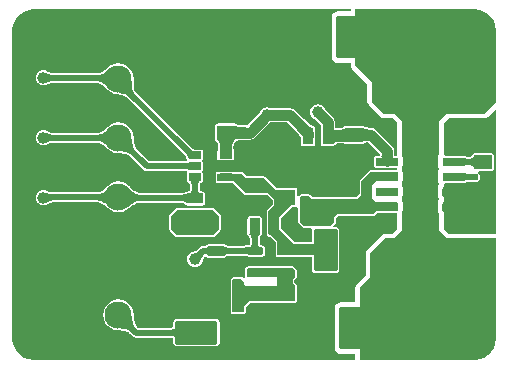
<source format=gtl>
G04*
G04 #@! TF.GenerationSoftware,Altium Limited,Altium Designer,20.1.14 (287)*
G04*
G04 Layer_Physical_Order=1*
G04 Layer_Color=255*
%FSAX25Y25*%
%MOIN*%
G70*
G04*
G04 #@! TF.SameCoordinates,0E288BC8-C536-4CC5-9AEF-3088BE1C8A18*
G04*
G04*
G04 #@! TF.FilePolarity,Positive*
G04*
G01*
G75*
G04:AMPARAMS|DCode=15|XSize=39.37mil|YSize=39.37mil|CornerRadius=3.94mil|HoleSize=0mil|Usage=FLASHONLY|Rotation=90.000|XOffset=0mil|YOffset=0mil|HoleType=Round|Shape=RoundedRectangle|*
%AMROUNDEDRECTD15*
21,1,0.03937,0.03150,0,0,90.0*
21,1,0.03150,0.03937,0,0,90.0*
1,1,0.00787,0.01575,0.01575*
1,1,0.00787,0.01575,-0.01575*
1,1,0.00787,-0.01575,-0.01575*
1,1,0.00787,-0.01575,0.01575*
%
%ADD15ROUNDEDRECTD15*%
%ADD16C,0.03937*%
G04:AMPARAMS|DCode=17|XSize=49.21mil|YSize=62.99mil|CornerRadius=4.92mil|HoleSize=0mil|Usage=FLASHONLY|Rotation=270.000|XOffset=0mil|YOffset=0mil|HoleType=Round|Shape=RoundedRectangle|*
%AMROUNDEDRECTD17*
21,1,0.04921,0.05315,0,0,270.0*
21,1,0.03937,0.06299,0,0,270.0*
1,1,0.00984,-0.02657,-0.01968*
1,1,0.00984,-0.02657,0.01968*
1,1,0.00984,0.02657,0.01968*
1,1,0.00984,0.02657,-0.01968*
%
%ADD17ROUNDEDRECTD17*%
G04:AMPARAMS|DCode=18|XSize=55.12mil|YSize=35.43mil|CornerRadius=2.66mil|HoleSize=0mil|Usage=FLASHONLY|Rotation=90.000|XOffset=0mil|YOffset=0mil|HoleType=Round|Shape=RoundedRectangle|*
%AMROUNDEDRECTD18*
21,1,0.05512,0.03012,0,0,90.0*
21,1,0.04980,0.03543,0,0,90.0*
1,1,0.00532,0.01506,0.02490*
1,1,0.00532,0.01506,-0.02490*
1,1,0.00532,-0.01506,-0.02490*
1,1,0.00532,-0.01506,0.02490*
%
%ADD18ROUNDEDRECTD18*%
G04:AMPARAMS|DCode=19|XSize=141.73mil|YSize=78.74mil|CornerRadius=5.91mil|HoleSize=0mil|Usage=FLASHONLY|Rotation=180.000|XOffset=0mil|YOffset=0mil|HoleType=Round|Shape=RoundedRectangle|*
%AMROUNDEDRECTD19*
21,1,0.14173,0.06693,0,0,180.0*
21,1,0.12992,0.07874,0,0,180.0*
1,1,0.01181,-0.06496,0.03347*
1,1,0.01181,0.06496,0.03347*
1,1,0.01181,0.06496,-0.03347*
1,1,0.01181,-0.06496,-0.03347*
%
%ADD19ROUNDEDRECTD19*%
G04:AMPARAMS|DCode=20|XSize=141.73mil|YSize=78.74mil|CornerRadius=5.91mil|HoleSize=0mil|Usage=FLASHONLY|Rotation=90.000|XOffset=0mil|YOffset=0mil|HoleType=Round|Shape=RoundedRectangle|*
%AMROUNDEDRECTD20*
21,1,0.14173,0.06693,0,0,90.0*
21,1,0.12992,0.07874,0,0,90.0*
1,1,0.01181,0.03347,0.06496*
1,1,0.01181,0.03347,-0.06496*
1,1,0.01181,-0.03347,-0.06496*
1,1,0.01181,-0.03347,0.06496*
%
%ADD20ROUNDEDRECTD20*%
G04:AMPARAMS|DCode=21|XSize=55.12mil|YSize=35.43mil|CornerRadius=2.66mil|HoleSize=0mil|Usage=FLASHONLY|Rotation=0.000|XOffset=0mil|YOffset=0mil|HoleType=Round|Shape=RoundedRectangle|*
%AMROUNDEDRECTD21*
21,1,0.05512,0.03012,0,0,0.0*
21,1,0.04980,0.03543,0,0,0.0*
1,1,0.00532,0.02490,-0.01506*
1,1,0.00532,-0.02490,-0.01506*
1,1,0.00532,-0.02490,0.01506*
1,1,0.00532,0.02490,0.01506*
%
%ADD21ROUNDEDRECTD21*%
%ADD22R,0.07087X0.05118*%
G04:AMPARAMS|DCode=23|XSize=24.8mil|YSize=51.18mil|CornerRadius=1.86mil|HoleSize=0mil|Usage=FLASHONLY|Rotation=90.000|XOffset=0mil|YOffset=0mil|HoleType=Round|Shape=RoundedRectangle|*
%AMROUNDEDRECTD23*
21,1,0.02480,0.04746,0,0,90.0*
21,1,0.02108,0.05118,0,0,90.0*
1,1,0.00372,0.02373,0.01054*
1,1,0.00372,0.02373,-0.01054*
1,1,0.00372,-0.02373,-0.01054*
1,1,0.00372,-0.02373,0.01054*
%
%ADD23ROUNDEDRECTD23*%
G04:AMPARAMS|DCode=24|XSize=28.35mil|YSize=74.8mil|CornerRadius=2.13mil|HoleSize=0mil|Usage=FLASHONLY|Rotation=90.000|XOffset=0mil|YOffset=0mil|HoleType=Round|Shape=RoundedRectangle|*
%AMROUNDEDRECTD24*
21,1,0.02835,0.07055,0,0,90.0*
21,1,0.02410,0.07480,0,0,90.0*
1,1,0.00425,0.03528,0.01205*
1,1,0.00425,0.03528,-0.01205*
1,1,0.00425,-0.03528,-0.01205*
1,1,0.00425,-0.03528,0.01205*
%
%ADD24ROUNDEDRECTD24*%
G04:AMPARAMS|DCode=25|XSize=23.62mil|YSize=43.31mil|CornerRadius=2.01mil|HoleSize=0mil|Usage=FLASHONLY|Rotation=270.000|XOffset=0mil|YOffset=0mil|HoleType=Round|Shape=RoundedRectangle|*
%AMROUNDEDRECTD25*
21,1,0.02362,0.03929,0,0,270.0*
21,1,0.01961,0.04331,0,0,270.0*
1,1,0.00402,-0.01965,-0.00980*
1,1,0.00402,-0.01965,0.00980*
1,1,0.00402,0.01965,0.00980*
1,1,0.00402,0.01965,-0.00980*
%
%ADD25ROUNDEDRECTD25*%
%ADD39C,0.03500*%
%ADD40C,0.02000*%
%ADD41C,0.11024*%
%ADD42C,0.09055*%
%ADD43C,0.02100*%
%ADD44C,0.02400*%
G36*
X0113155Y0075056D02*
X0113001Y0075138D01*
X0112796Y0075211D01*
X0112541Y0075276D01*
X0112237Y0075332D01*
X0111477Y0075419D01*
X0111414Y0075422D01*
X0111015Y0075384D01*
X0110597Y0075302D01*
X0110219Y0075198D01*
X0109881Y0075070D01*
X0109585Y0074919D01*
X0109328Y0074745D01*
X0109112Y0074548D01*
X0108937Y0074327D01*
Y0079673D01*
X0109055Y0079543D01*
X0109226Y0079426D01*
X0109451Y0079324D01*
X0109729Y0079235D01*
X0110060Y0079159D01*
X0110444Y0079098D01*
X0110804Y0079066D01*
X0111427Y0079117D01*
X0111817Y0079189D01*
X0112156Y0079277D01*
X0112443Y0079382D01*
X0112679Y0079502D01*
X0112863Y0079638D01*
X0112996Y0079791D01*
X0113155Y0075056D01*
D02*
G37*
G36*
X0119097Y0079684D02*
X0119225Y0079588D01*
X0119389Y0079503D01*
X0119588Y0079430D01*
X0119822Y0079368D01*
X0120092Y0079317D01*
X0120397Y0079277D01*
X0121113Y0079232D01*
X0121524Y0079226D01*
Y0075726D01*
X0121113Y0075721D01*
X0120092Y0075636D01*
X0119822Y0075585D01*
X0119588Y0075523D01*
X0119389Y0075450D01*
X0119225Y0075365D01*
X0119097Y0075269D01*
X0119004Y0075162D01*
Y0079791D01*
X0119097Y0079684D01*
D02*
G37*
G36*
X0114971Y0118628D02*
X0110653D01*
X0109838Y0118465D01*
X0109146Y0118003D01*
X0108684Y0117312D01*
X0108522Y0116496D01*
Y0103504D01*
X0108684Y0102688D01*
X0109146Y0101997D01*
X0109838Y0101535D01*
X0110653Y0101372D01*
X0114971D01*
Y0100500D01*
X0115087Y0099915D01*
X0115419Y0099419D01*
X0120471Y0094367D01*
Y0088500D01*
X0120587Y0087915D01*
X0120919Y0087419D01*
X0124919Y0083419D01*
X0125415Y0083087D01*
X0126000Y0082971D01*
X0128867D01*
X0130471Y0081366D01*
Y0070551D01*
X0130456Y0070533D01*
X0129476D01*
X0129402Y0071627D01*
X0129399Y0072005D01*
X0129391Y0072025D01*
X0129214Y0072917D01*
X0128694Y0073694D01*
X0123218Y0079171D01*
X0122441Y0079690D01*
X0121555Y0079866D01*
X0121532Y0079876D01*
X0121138Y0079881D01*
X0120459Y0079924D01*
X0120194Y0079958D01*
X0119966Y0080001D01*
X0119784Y0080050D01*
X0119651Y0080098D01*
X0119571Y0080140D01*
X0119542Y0080162D01*
X0119494Y0080217D01*
X0119472Y0080228D01*
X0119463Y0080250D01*
X0119345Y0080299D01*
X0119084Y0080474D01*
X0118658Y0080558D01*
X0113342D01*
X0112916Y0080474D01*
X0112636Y0080287D01*
X0112522Y0080235D01*
X0112518Y0080223D01*
X0112507Y0080218D01*
X0112420Y0080119D01*
X0112336Y0080056D01*
X0112184Y0079978D01*
X0111963Y0079898D01*
X0111676Y0079823D01*
X0111342Y0079761D01*
X0110806Y0079718D01*
X0110524Y0079743D01*
X0110183Y0079797D01*
X0109900Y0079862D01*
X0109686Y0079930D01*
X0109644Y0079950D01*
Y0081752D01*
X0109644Y0081752D01*
X0109462Y0082669D01*
X0108942Y0083446D01*
X0108942Y0083446D01*
X0106350Y0086039D01*
X0106244Y0086295D01*
X0105832Y0086832D01*
X0105295Y0087244D01*
X0104671Y0087502D01*
X0104000Y0087591D01*
X0103330Y0087502D01*
X0102705Y0087244D01*
X0102168Y0086832D01*
X0101756Y0086295D01*
X0101498Y0085671D01*
X0101409Y0085000D01*
X0101498Y0084329D01*
X0101756Y0083705D01*
X0102168Y0083168D01*
X0102705Y0082756D01*
X0102961Y0082650D01*
X0104852Y0080760D01*
Y0077000D01*
X0104852Y0077000D01*
X0104859Y0076963D01*
Y0074510D01*
X0104927Y0074172D01*
X0105118Y0073886D01*
X0105404Y0073694D01*
X0105742Y0073627D01*
X0108754D01*
X0109092Y0073694D01*
X0109278Y0073819D01*
X0109396Y0073868D01*
X0109411Y0073904D01*
X0109445Y0073923D01*
X0109589Y0074103D01*
X0109732Y0074234D01*
X0109916Y0074359D01*
X0110144Y0074475D01*
X0110421Y0074580D01*
X0110746Y0074670D01*
X0111108Y0074740D01*
X0111426Y0074771D01*
X0112141Y0074690D01*
X0112402Y0074642D01*
X0112606Y0074590D01*
X0112737Y0074542D01*
X0112850Y0074482D01*
X0112948Y0074473D01*
X0113059Y0074451D01*
X0113177Y0074406D01*
X0113209Y0074421D01*
X0113342Y0074394D01*
X0118658D01*
X0119084Y0074479D01*
X0119345Y0074654D01*
X0119463Y0074703D01*
X0119472Y0074725D01*
X0119494Y0074736D01*
X0119542Y0074791D01*
X0119571Y0074813D01*
X0119651Y0074854D01*
X0119784Y0074903D01*
X0119966Y0074951D01*
X0120179Y0074992D01*
X0120586Y0075025D01*
X0124572Y0071039D01*
X0124551Y0070725D01*
X0124526Y0070535D01*
X0124526Y0070533D01*
X0123450D01*
X0123133Y0070470D01*
X0122865Y0070291D01*
X0122685Y0070022D01*
X0122622Y0069705D01*
Y0067295D01*
X0122685Y0066978D01*
X0122865Y0066709D01*
X0123133Y0066530D01*
X0123450Y0066467D01*
X0130456D01*
X0130471Y0066449D01*
Y0065649D01*
X0121500D01*
X0121041Y0065459D01*
X0118041Y0062459D01*
X0117851Y0062000D01*
X0117850Y0057769D01*
X0116731Y0056650D01*
X0102269Y0056649D01*
X0101459Y0057459D01*
X0101000Y0057649D01*
X0098500D01*
X0098041Y0057459D01*
X0097649Y0057068D01*
X0097149Y0057222D01*
Y0059000D01*
X0097143Y0059015D01*
Y0059647D01*
X0096505D01*
X0096500Y0059649D01*
X0090269D01*
X0086459Y0063459D01*
X0086000Y0063649D01*
X0080269D01*
X0078959Y0064959D01*
X0078500Y0065149D01*
X0070500D01*
X0070041Y0064959D01*
X0069851Y0064500D01*
Y0062000D01*
X0070041Y0061541D01*
X0070500Y0061351D01*
X0075731D01*
X0079541Y0057541D01*
X0080000Y0057351D01*
X0087231D01*
X0088851Y0055731D01*
X0088851Y0054269D01*
X0087041Y0052459D01*
X0086851Y0052000D01*
X0086851Y0044500D01*
X0087041Y0044041D01*
X0087541Y0043541D01*
X0088000Y0043351D01*
X0088231D01*
X0089851Y0041731D01*
Y0037500D01*
X0090041Y0037041D01*
X0090500Y0036851D01*
X0102015D01*
Y0032504D01*
X0102107Y0032039D01*
X0102370Y0031646D01*
X0102764Y0031383D01*
X0103229Y0031290D01*
X0109922D01*
X0110386Y0031383D01*
X0110780Y0031646D01*
X0111043Y0032039D01*
X0111135Y0032504D01*
Y0045496D01*
X0111043Y0045961D01*
X0110780Y0046354D01*
X0110386Y0046617D01*
X0109922Y0046710D01*
X0109282D01*
X0109090Y0047172D01*
X0109959Y0048041D01*
X0110150Y0048500D01*
X0110149Y0049731D01*
X0110769Y0050351D01*
X0122500D01*
X0122959Y0050541D01*
X0123769Y0051351D01*
X0130471D01*
Y0046134D01*
X0128867Y0044529D01*
X0126500D01*
X0125915Y0044413D01*
X0125419Y0044081D01*
X0120419Y0039081D01*
X0120087Y0038585D01*
X0119971Y0038000D01*
Y0030634D01*
X0116919Y0027581D01*
X0116587Y0027085D01*
X0116471Y0026500D01*
Y0021628D01*
X0111653D01*
X0110838Y0021465D01*
X0110146Y0021003D01*
X0109684Y0020312D01*
X0109522Y0019496D01*
Y0006504D01*
X0109684Y0005688D01*
X0110146Y0004997D01*
X0110838Y0004535D01*
X0111653Y0004372D01*
X0116471D01*
Y0002339D01*
X0009074D01*
X0007566Y0002639D01*
X0006146Y0003227D01*
X0004868Y0004081D01*
X0003781Y0005168D01*
X0002927Y0006446D01*
X0002339Y0007866D01*
X0002039Y0009374D01*
Y0010100D01*
Y0111638D01*
Y0112406D01*
X0002339Y0113914D01*
X0002927Y0115334D01*
X0003781Y0116612D01*
X0004868Y0117699D01*
X0006146Y0118553D01*
X0007566Y0119141D01*
X0009074Y0119441D01*
X0114971D01*
Y0118628D01*
D02*
G37*
G36*
X0128753Y0071603D02*
X0128832Y0070432D01*
X0128868Y0070244D01*
X0128911Y0070098D01*
X0128960Y0069994D01*
X0129016Y0069931D01*
X0129078Y0069910D01*
X0124922D01*
X0124984Y0069931D01*
X0125040Y0069994D01*
X0125089Y0070098D01*
X0125132Y0070244D01*
X0125168Y0070432D01*
X0125198Y0070662D01*
X0125237Y0071248D01*
X0125250Y0072000D01*
X0128750D01*
X0128753Y0071603D01*
D02*
G37*
G36*
X0155869Y0066491D02*
X0155849Y0066680D01*
X0155788Y0066850D01*
X0155688Y0066999D01*
X0155547Y0067129D01*
X0155365Y0067239D01*
X0155144Y0067329D01*
X0154882Y0067398D01*
X0154579Y0067448D01*
X0154364Y0067467D01*
X0153491Y0067402D01*
X0153302Y0067364D01*
X0153149Y0067318D01*
X0153032Y0067266D01*
X0152950Y0067208D01*
X0152903Y0067142D01*
Y0069858D01*
X0152951Y0069788D01*
X0153035Y0069725D01*
X0153153Y0069670D01*
X0153307Y0069621D01*
X0153496Y0069581D01*
X0153720Y0069547D01*
X0154273Y0069503D01*
X0154288Y0069503D01*
X0154580Y0069528D01*
X0154883Y0069578D01*
X0155146Y0069648D01*
X0155368Y0069738D01*
X0155550Y0069847D01*
X0155691Y0069977D01*
X0155792Y0070127D01*
X0155853Y0070296D01*
X0155873Y0070486D01*
X0155869Y0066491D01*
D02*
G37*
G36*
X0152951Y0064790D02*
X0153033Y0064729D01*
X0153151Y0064675D01*
X0153305Y0064629D01*
X0153493Y0064590D01*
X0153717Y0064557D01*
X0154271Y0064514D01*
X0154967Y0064500D01*
Y0062500D01*
X0154601Y0062496D01*
X0153493Y0062410D01*
X0153305Y0062371D01*
X0153151Y0062325D01*
X0153033Y0062271D01*
X0152951Y0062210D01*
X0152903Y0062142D01*
Y0064858D01*
X0152951Y0064790D01*
D02*
G37*
G36*
X0163446Y0085630D02*
X0163454Y0044883D01*
X0163101Y0044529D01*
X0147634D01*
X0146029Y0046134D01*
Y0051034D01*
X0146000Y0051182D01*
X0146000Y0051332D01*
X0145942Y0051471D01*
X0145913Y0051619D01*
X0145829Y0051744D01*
X0145772Y0051884D01*
X0145704Y0051951D01*
X0145522Y0052224D01*
X0145478Y0052446D01*
Y0054554D01*
X0145522Y0054776D01*
X0145731Y0055090D01*
X0145789Y0055229D01*
X0145873Y0055354D01*
X0145902Y0055502D01*
X0145960Y0055641D01*
Y0055762D01*
X0145960Y0055762D01*
Y0055792D01*
X0145989Y0055939D01*
Y0056061D01*
X0145960Y0056208D01*
Y0056359D01*
X0145902Y0056498D01*
X0145873Y0056646D01*
X0145789Y0056771D01*
X0145731Y0056910D01*
X0145522Y0057224D01*
X0145478Y0057446D01*
Y0059554D01*
X0145522Y0059776D01*
X0145731Y0060090D01*
X0145789Y0060229D01*
X0145873Y0060354D01*
X0145902Y0060502D01*
X0145960Y0060641D01*
Y0060762D01*
X0145960Y0060762D01*
Y0060792D01*
X0145989Y0060939D01*
Y0061061D01*
X0146272Y0061386D01*
X0146415Y0061467D01*
X0152750D01*
X0152895Y0061496D01*
X0152903Y0061492D01*
X0152926Y0061502D01*
X0152976Y0061512D01*
X0153018Y0061502D01*
X0153058Y0061528D01*
X0153067Y0061530D01*
X0153186Y0061609D01*
X0153362Y0061682D01*
X0153375Y0061713D01*
X0153381Y0061716D01*
X0153466Y0061741D01*
X0153585Y0061766D01*
X0154630Y0061847D01*
X0154973Y0061851D01*
X0155016Y0061869D01*
X0155401D01*
X0155481Y0061815D01*
X0156184Y0061675D01*
X0156886Y0061815D01*
X0157481Y0062213D01*
X0157879Y0062808D01*
X0158019Y0063511D01*
X0157879Y0064213D01*
X0157481Y0064808D01*
X0157352Y0064894D01*
X0157504Y0065394D01*
X0161658D01*
X0162084Y0065479D01*
X0162445Y0065720D01*
X0162686Y0066082D01*
X0162771Y0066508D01*
Y0070445D01*
X0162686Y0070871D01*
X0162445Y0071232D01*
X0162084Y0071474D01*
X0161658Y0071558D01*
X0156342D01*
X0155916Y0071474D01*
X0155555Y0071232D01*
X0155314Y0070871D01*
X0155264Y0070622D01*
X0155228Y0070555D01*
X0155216Y0070443D01*
X0155208Y0070423D01*
X0155196Y0070404D01*
X0155158Y0070370D01*
X0155076Y0070320D01*
X0154940Y0070265D01*
X0154746Y0070214D01*
X0154499Y0070173D01*
X0154280Y0070154D01*
X0153794Y0070193D01*
X0153612Y0070220D01*
X0153473Y0070250D01*
X0153389Y0070276D01*
X0153377Y0070282D01*
X0153362Y0070318D01*
X0153186Y0070391D01*
X0153067Y0070470D01*
X0153061Y0070471D01*
X0153022Y0070497D01*
X0152979Y0070488D01*
X0152926Y0070498D01*
X0152903Y0070508D01*
X0152895Y0070504D01*
X0152750Y0070533D01*
X0146444D01*
X0146286Y0070635D01*
X0146029Y0070966D01*
Y0081366D01*
X0147634Y0082971D01*
X0159500D01*
X0160085Y0083087D01*
X0160581Y0083419D01*
X0162984Y0085821D01*
X0163446Y0085630D01*
D02*
G37*
G36*
X0130587Y0064965D02*
X0130663Y0064851D01*
X0130722Y0064554D01*
Y0062446D01*
X0130663Y0062148D01*
X0130587Y0062035D01*
X0130580Y0062000D01*
X0123500D01*
X0122000Y0060500D01*
Y0056500D01*
X0123500Y0055000D01*
X0130500D01*
Y0052000D01*
X0123500D01*
X0122500Y0051000D01*
X0110500D01*
X0109500Y0050000D01*
X0109500Y0048500D01*
X0108000Y0047000D01*
X0099500D01*
X0098000Y0048500D01*
Y0056500D01*
X0098500Y0057000D01*
X0101000D01*
X0102000Y0056000D01*
X0117000Y0056000D01*
X0118500Y0057500D01*
X0118500Y0062000D01*
X0121500Y0065000D01*
X0130580D01*
X0130587Y0064965D01*
D02*
G37*
G36*
X0097143Y0053329D02*
X0097351Y0052915D01*
Y0048500D01*
X0097541Y0048041D01*
X0099041Y0046541D01*
X0099500Y0046351D01*
X0101812D01*
X0102085Y0045851D01*
X0102015Y0045496D01*
Y0041649D01*
X0096269D01*
X0091737Y0046182D01*
Y0049490D01*
X0091682Y0049764D01*
X0095248Y0053329D01*
X0097143D01*
D02*
G37*
G36*
X0080000Y0063000D02*
X0086000D01*
X0090000Y0059000D01*
X0096500D01*
Y0054000D01*
X0095000D01*
X0091000Y0050000D01*
Y0046000D01*
X0096000Y0041000D01*
X0109500D01*
Y0037500D01*
X0090500D01*
Y0042000D01*
X0088500Y0044000D01*
X0088000D01*
X0087500Y0044500D01*
X0087500Y0052000D01*
X0089500Y0054000D01*
X0089500Y0056000D01*
X0087500Y0058000D01*
X0080000D01*
X0076000Y0062000D01*
X0070500D01*
Y0064500D01*
X0078500D01*
X0080000Y0063000D01*
D02*
G37*
G36*
X0157914Y0119141D02*
X0159334Y0118553D01*
X0160612Y0117699D01*
X0161699Y0116612D01*
X0162553Y0115334D01*
X0163141Y0113914D01*
X0163441Y0112406D01*
Y0111638D01*
X0163441Y0111638D01*
X0163441Y0111637D01*
X0163446Y0088446D01*
X0159500Y0084500D01*
X0147000D01*
X0144500Y0082000D01*
Y0070966D01*
X0144460Y0070939D01*
X0144081Y0070373D01*
X0143948Y0069705D01*
Y0067295D01*
X0144081Y0066627D01*
X0144460Y0066061D01*
Y0065939D01*
X0144081Y0065373D01*
X0143948Y0064705D01*
Y0062295D01*
X0144081Y0061627D01*
X0144460Y0061061D01*
Y0060939D01*
X0144081Y0060373D01*
X0143948Y0059705D01*
Y0057295D01*
X0144081Y0056627D01*
X0144460Y0056061D01*
Y0055939D01*
X0144081Y0055373D01*
X0143948Y0054705D01*
Y0052295D01*
X0144081Y0051627D01*
X0144460Y0051061D01*
X0144500Y0051034D01*
Y0045500D01*
X0147000Y0043000D01*
X0163454D01*
X0163461Y0010240D01*
X0163441Y0010142D01*
Y0009374D01*
X0163141Y0007866D01*
X0162553Y0006446D01*
X0161699Y0005168D01*
X0160612Y0004081D01*
X0159334Y0003227D01*
X0157914Y0002639D01*
X0156406Y0002339D01*
X0118000D01*
Y0026500D01*
X0121500Y0030000D01*
Y0038000D01*
X0126500Y0043000D01*
X0129500D01*
X0132000Y0045500D01*
Y0051449D01*
X0132119Y0051627D01*
X0132252Y0052295D01*
Y0054705D01*
X0132119Y0055373D01*
X0132000Y0055551D01*
Y0056449D01*
X0132119Y0056627D01*
X0132252Y0057295D01*
Y0059705D01*
X0132119Y0060373D01*
X0132000Y0060551D01*
Y0061449D01*
X0132119Y0061627D01*
X0132252Y0062295D01*
Y0064705D01*
X0132119Y0065373D01*
X0132000Y0065551D01*
Y0066449D01*
X0132119Y0066627D01*
X0132252Y0067295D01*
Y0069705D01*
X0132119Y0070373D01*
X0132000Y0070551D01*
Y0082000D01*
X0129500Y0084500D01*
X0126000D01*
X0122000Y0088500D01*
Y0095000D01*
X0116500Y0100500D01*
Y0119441D01*
X0156406D01*
X0157914Y0119141D01*
D02*
G37*
%LPC*%
G36*
X0037500Y0101357D02*
X0036161Y0101181D01*
X0034914Y0100664D01*
X0034018Y0099976D01*
X0033951Y0099954D01*
X0033096Y0099205D01*
X0032708Y0098912D01*
X0032329Y0098658D01*
X0031965Y0098447D01*
X0031618Y0098278D01*
X0031289Y0098150D01*
X0030977Y0098061D01*
X0030684Y0098010D01*
X0030367Y0097991D01*
X0030333Y0097974D01*
X0016368D01*
X0016340Y0097989D01*
X0016322Y0097984D01*
X0016306Y0097991D01*
X0015678Y0098017D01*
X0015421Y0098046D01*
X0015178Y0098087D01*
X0014958Y0098137D01*
X0014760Y0098197D01*
X0014584Y0098265D01*
X0014430Y0098340D01*
X0014296Y0098422D01*
X0014153Y0098529D01*
X0014036Y0098559D01*
X0013795Y0098744D01*
X0013171Y0099002D01*
X0012500Y0099091D01*
X0011829Y0099002D01*
X0011205Y0098744D01*
X0010668Y0098332D01*
X0010256Y0097795D01*
X0009998Y0097171D01*
X0009909Y0096500D01*
X0009998Y0095829D01*
X0010256Y0095205D01*
X0010668Y0094668D01*
X0011205Y0094256D01*
X0011829Y0093998D01*
X0012500Y0093909D01*
X0013171Y0093998D01*
X0013795Y0094256D01*
X0013887Y0094327D01*
X0013980Y0094342D01*
X0014087Y0094408D01*
X0014188Y0094455D01*
X0014323Y0094504D01*
X0014489Y0094550D01*
X0014685Y0094592D01*
X0014899Y0094625D01*
X0015768Y0094689D01*
X0016101Y0094693D01*
X0016142Y0094711D01*
X0030261D01*
X0030295Y0094694D01*
X0030619Y0094674D01*
X0030913Y0094621D01*
X0031218Y0094530D01*
X0031536Y0094399D01*
X0031866Y0094226D01*
X0032209Y0094010D01*
X0032554Y0093754D01*
X0033304Y0093083D01*
X0033689Y0092681D01*
X0033744Y0092657D01*
X0033843Y0092528D01*
X0034914Y0091706D01*
X0036161Y0091189D01*
X0036672Y0091122D01*
X0036776Y0091059D01*
X0037383Y0090965D01*
X0037929Y0090860D01*
X0038919Y0090609D01*
X0039332Y0090470D01*
X0039708Y0090320D01*
X0040037Y0090160D01*
X0040321Y0089994D01*
X0040560Y0089823D01*
X0040784Y0089623D01*
X0040821Y0089610D01*
X0058916Y0071515D01*
X0058933Y0071472D01*
X0059195Y0071203D01*
X0059416Y0070961D01*
X0059785Y0070508D01*
X0059915Y0070322D01*
X0060018Y0070152D01*
X0060091Y0070007D01*
X0060136Y0069891D01*
X0060157Y0069809D01*
X0060166Y0069702D01*
X0060241Y0069560D01*
X0060263Y0069448D01*
X0060283Y0069418D01*
X0060296Y0069367D01*
X0060330Y0069347D01*
X0060411Y0069227D01*
X0060363Y0069003D01*
X0060240Y0068715D01*
X0059181Y0068651D01*
X0058819Y0068650D01*
X0058776Y0068632D01*
X0047675D01*
X0043749Y0072558D01*
X0043736Y0072594D01*
X0043524Y0072835D01*
X0043353Y0073080D01*
X0043198Y0073361D01*
X0043061Y0073682D01*
X0042943Y0074042D01*
X0042845Y0074443D01*
X0042769Y0074876D01*
X0042683Y0075896D01*
X0042677Y0076462D01*
X0042669Y0076480D01*
X0042672Y0076500D01*
X0042496Y0077839D01*
X0041979Y0079086D01*
X0041157Y0080157D01*
X0040086Y0080979D01*
X0038839Y0081496D01*
X0037500Y0081672D01*
X0036161Y0081496D01*
X0034914Y0080979D01*
X0033843Y0080157D01*
X0033831Y0080141D01*
X0033813Y0080134D01*
X0033402Y0079732D01*
X0033012Y0079385D01*
X0032633Y0079083D01*
X0032266Y0078825D01*
X0031914Y0078611D01*
X0031575Y0078439D01*
X0031251Y0078310D01*
X0030943Y0078220D01*
X0030649Y0078168D01*
X0030328Y0078148D01*
X0030294Y0078131D01*
X0016248D01*
X0016206Y0078149D01*
X0015881Y0078155D01*
X0015296Y0078197D01*
X0015054Y0078230D01*
X0014830Y0078273D01*
X0014633Y0078324D01*
X0014461Y0078382D01*
X0014316Y0078443D01*
X0014196Y0078508D01*
X0014069Y0078595D01*
X0013960Y0078618D01*
X0013795Y0078744D01*
X0013171Y0079002D01*
X0012500Y0079091D01*
X0011829Y0079002D01*
X0011205Y0078744D01*
X0010668Y0078332D01*
X0010256Y0077795D01*
X0009998Y0077170D01*
X0009909Y0076500D01*
X0009998Y0075829D01*
X0010256Y0075205D01*
X0010668Y0074668D01*
X0011205Y0074256D01*
X0011829Y0073998D01*
X0012500Y0073909D01*
X0013171Y0073998D01*
X0013795Y0074256D01*
X0013960Y0074382D01*
X0014069Y0074405D01*
X0014196Y0074492D01*
X0014316Y0074557D01*
X0014461Y0074618D01*
X0014633Y0074676D01*
X0014830Y0074726D01*
X0015054Y0074770D01*
X0015296Y0074804D01*
X0015881Y0074845D01*
X0016206Y0074851D01*
X0016248Y0074869D01*
X0030294D01*
X0030328Y0074852D01*
X0030649Y0074832D01*
X0030943Y0074780D01*
X0031251Y0074690D01*
X0031575Y0074560D01*
X0031914Y0074389D01*
X0032266Y0074175D01*
X0032625Y0073922D01*
X0033408Y0073262D01*
X0033813Y0072866D01*
X0033831Y0072859D01*
X0033843Y0072843D01*
X0034914Y0072021D01*
X0036161Y0071504D01*
X0037500Y0071328D01*
X0037520Y0071331D01*
X0037538Y0071323D01*
X0038112Y0071317D01*
X0038634Y0071286D01*
X0039115Y0071232D01*
X0039557Y0071156D01*
X0039958Y0071057D01*
X0040318Y0070939D01*
X0040639Y0070802D01*
X0040920Y0070647D01*
X0041165Y0070476D01*
X0041406Y0070263D01*
X0041442Y0070251D01*
X0045846Y0065847D01*
X0046375Y0065493D01*
X0047000Y0065369D01*
X0058772D01*
X0058814Y0065351D01*
X0059826Y0065340D01*
X0060287Y0065317D01*
X0060440Y0064818D01*
X0060263Y0064553D01*
X0060201Y0064240D01*
Y0062280D01*
X0060263Y0061967D01*
X0060440Y0061703D01*
X0060537Y0061638D01*
X0060537Y0061637D01*
X0060538Y0061637D01*
X0060705Y0061525D01*
X0060842Y0061498D01*
X0060928Y0061452D01*
X0061040Y0061440D01*
X0061058Y0061433D01*
X0061076Y0061421D01*
X0061110Y0061384D01*
X0061159Y0061302D01*
X0061214Y0061165D01*
X0061266Y0060971D01*
X0061306Y0060723D01*
X0061332Y0060423D01*
X0061342Y0060059D01*
X0061348Y0060044D01*
X0061342Y0060030D01*
X0061332Y0059667D01*
X0061306Y0059370D01*
X0061265Y0059124D01*
X0061214Y0058932D01*
X0061159Y0058796D01*
X0061110Y0058715D01*
X0061076Y0058679D01*
X0061057Y0058666D01*
X0061036Y0058658D01*
X0060923Y0058647D01*
X0060905Y0058637D01*
X0060510D01*
X0060172Y0058569D01*
X0059986Y0058445D01*
X0059868Y0058396D01*
X0059861Y0058380D01*
X0059845Y0058372D01*
X0059829Y0058355D01*
X0059788Y0058336D01*
X0059690Y0058304D01*
X0059547Y0058270D01*
X0059374Y0058242D01*
X0058570Y0058185D01*
X0058244Y0058181D01*
X0058201Y0058163D01*
X0044763D01*
X0044729Y0058180D01*
X0044728Y0058179D01*
X0044727Y0058180D01*
X0044400Y0058200D01*
X0044107Y0058253D01*
X0043804Y0058345D01*
X0043491Y0058477D01*
X0043168Y0058651D01*
X0042834Y0058869D01*
X0042492Y0059133D01*
X0042140Y0059442D01*
X0041782Y0059798D01*
X0041406Y0060212D01*
X0041328Y0060249D01*
X0041157Y0060472D01*
X0040086Y0061294D01*
X0038839Y0061810D01*
X0037500Y0061987D01*
X0036161Y0061810D01*
X0034914Y0061294D01*
X0033843Y0060472D01*
X0033744Y0060343D01*
X0033689Y0060319D01*
X0033298Y0059910D01*
X0032925Y0059558D01*
X0032562Y0059251D01*
X0032209Y0058990D01*
X0031866Y0058774D01*
X0031536Y0058600D01*
X0031218Y0058470D01*
X0030913Y0058379D01*
X0030619Y0058325D01*
X0030295Y0058306D01*
X0030261Y0058289D01*
X0016149D01*
X0016109Y0058307D01*
X0015449Y0058324D01*
X0014905Y0058374D01*
X0014685Y0058408D01*
X0014489Y0058450D01*
X0014323Y0058496D01*
X0014188Y0058544D01*
X0014087Y0058592D01*
X0013980Y0058658D01*
X0013887Y0058673D01*
X0013795Y0058744D01*
X0013171Y0059002D01*
X0012500Y0059091D01*
X0011829Y0059002D01*
X0011205Y0058744D01*
X0010668Y0058332D01*
X0010256Y0057795D01*
X0009998Y0057170D01*
X0009909Y0056500D01*
X0009998Y0055830D01*
X0010256Y0055205D01*
X0010668Y0054668D01*
X0011205Y0054256D01*
X0011829Y0053998D01*
X0012500Y0053909D01*
X0013171Y0053998D01*
X0013795Y0054256D01*
X0014036Y0054441D01*
X0014153Y0054471D01*
X0014296Y0054579D01*
X0014430Y0054660D01*
X0014584Y0054735D01*
X0014760Y0054803D01*
X0014958Y0054863D01*
X0015178Y0054913D01*
X0015413Y0054953D01*
X0015979Y0055002D01*
X0016292Y0055008D01*
X0016315Y0055018D01*
X0016340Y0055011D01*
X0016368Y0055026D01*
X0030333D01*
X0030367Y0055009D01*
X0030684Y0054990D01*
X0030977Y0054939D01*
X0031289Y0054850D01*
X0031618Y0054722D01*
X0031965Y0054553D01*
X0032329Y0054342D01*
X0032701Y0054093D01*
X0033516Y0053444D01*
X0033941Y0053056D01*
X0034008Y0053031D01*
X0034914Y0052336D01*
X0036161Y0051819D01*
X0037500Y0051643D01*
X0038839Y0051819D01*
X0040086Y0052336D01*
X0040847Y0052920D01*
X0040944Y0052950D01*
X0041828Y0053685D01*
X0042229Y0053974D01*
X0042619Y0054225D01*
X0042990Y0054433D01*
X0043344Y0054600D01*
X0043677Y0054726D01*
X0043991Y0054814D01*
X0044284Y0054865D01*
X0044597Y0054883D01*
X0044632Y0054900D01*
X0058190D01*
X0058228Y0054883D01*
X0058481Y0054874D01*
X0058692Y0054850D01*
X0058882Y0054813D01*
X0059053Y0054762D01*
X0059207Y0054700D01*
X0059345Y0054626D01*
X0059470Y0054540D01*
X0059584Y0054441D01*
X0059689Y0054328D01*
X0059806Y0054171D01*
X0059849Y0054146D01*
X0059868Y0054100D01*
X0059986Y0054051D01*
X0060172Y0053927D01*
X0060510Y0053859D01*
X0065490D01*
X0065828Y0053927D01*
X0066114Y0054118D01*
X0066306Y0054404D01*
X0066373Y0054742D01*
Y0057754D01*
X0066306Y0058092D01*
X0066114Y0058378D01*
X0065828Y0058569D01*
X0065490Y0058637D01*
X0065077D01*
X0065059Y0058647D01*
X0064946Y0058658D01*
X0064925Y0058666D01*
X0064906Y0058679D01*
X0064872Y0058715D01*
X0064823Y0058796D01*
X0064768Y0058932D01*
X0064717Y0059124D01*
X0064676Y0059370D01*
X0064650Y0059667D01*
X0064640Y0060030D01*
X0064634Y0060044D01*
X0064640Y0060059D01*
X0064650Y0060424D01*
X0064676Y0060725D01*
X0064716Y0060974D01*
X0064768Y0061169D01*
X0064823Y0061307D01*
X0064873Y0061390D01*
X0064907Y0061428D01*
X0064926Y0061440D01*
X0064945Y0061447D01*
X0065057Y0061459D01*
X0065131Y0061500D01*
X0065259Y0061525D01*
X0065430Y0061640D01*
X0065447Y0061647D01*
X0065449Y0061652D01*
X0065524Y0061703D01*
X0065701Y0061967D01*
X0065763Y0062280D01*
Y0064240D01*
X0065701Y0064553D01*
X0065524Y0064818D01*
X0065490Y0064841D01*
Y0065420D01*
X0065524Y0065443D01*
X0065701Y0065708D01*
X0065763Y0066020D01*
Y0067981D01*
X0065701Y0068293D01*
X0065524Y0068558D01*
X0065490Y0068581D01*
Y0069160D01*
X0065524Y0069183D01*
X0065701Y0069448D01*
X0065763Y0069760D01*
Y0071721D01*
X0065701Y0072033D01*
X0065524Y0072298D01*
X0065259Y0072475D01*
X0064947Y0072537D01*
X0063762D01*
X0063729Y0072557D01*
X0063655Y0072537D01*
X0062853D01*
X0062827Y0072549D01*
X0062588Y0072685D01*
X0062316Y0072874D01*
X0061642Y0073442D01*
X0061264Y0073807D01*
X0061222Y0073823D01*
X0043376Y0091669D01*
X0043371Y0091689D01*
X0043344Y0091705D01*
X0043334Y0091735D01*
X0043113Y0091985D01*
X0042945Y0092231D01*
X0042804Y0092504D01*
X0042688Y0092808D01*
X0042599Y0093146D01*
X0042539Y0093519D01*
X0042509Y0093928D01*
X0042510Y0094373D01*
X0042544Y0094853D01*
X0042615Y0095386D01*
X0042582Y0095506D01*
X0042672Y0096185D01*
X0042496Y0097524D01*
X0041979Y0098771D01*
X0041157Y0099842D01*
X0040086Y0100664D01*
X0038839Y0101181D01*
X0037500Y0101357D01*
D02*
G37*
G36*
X0087000Y0086591D02*
X0086330Y0086502D01*
X0085705Y0086244D01*
X0085168Y0085832D01*
X0084756Y0085295D01*
X0084650Y0085039D01*
X0080234Y0080622D01*
X0080021D01*
X0080014Y0080626D01*
X0078981Y0080652D01*
X0078544Y0080683D01*
X0077754Y0080785D01*
X0077434Y0080850D01*
X0077149Y0080926D01*
X0076908Y0081010D01*
X0076711Y0081098D01*
X0076522Y0081208D01*
X0076440Y0081219D01*
X0076434Y0081224D01*
X0076313Y0081248D01*
X0076195Y0081297D01*
X0076153Y0081279D01*
X0076007Y0081308D01*
X0070693D01*
X0070266Y0081224D01*
X0069905Y0080982D01*
X0069664Y0080621D01*
X0069579Y0080195D01*
Y0076258D01*
X0069664Y0075832D01*
X0069838Y0075571D01*
X0069887Y0075453D01*
X0069923Y0075437D01*
X0069942Y0075403D01*
X0070128Y0075256D01*
X0070263Y0075108D01*
X0070392Y0074919D01*
X0070512Y0074684D01*
X0070619Y0074401D01*
X0070711Y0074070D01*
X0070784Y0073699D01*
X0070818Y0073353D01*
X0070782Y0072916D01*
X0070741Y0072633D01*
X0070698Y0072428D01*
X0070666Y0072331D01*
X0070652Y0072325D01*
X0070650Y0072325D01*
X0070578Y0072151D01*
X0070499Y0072033D01*
X0070487Y0071971D01*
X0070462Y0071924D01*
X0070472Y0071894D01*
X0070472Y0071894D01*
X0070460Y0071865D01*
X0070460Y0071863D01*
X0070464Y0071855D01*
X0070437Y0071721D01*
Y0069760D01*
X0070499Y0069448D01*
X0070676Y0069183D01*
X0070941Y0069006D01*
X0071254Y0068944D01*
X0075183D01*
X0075495Y0069006D01*
X0075760Y0069183D01*
X0075937Y0069448D01*
X0075999Y0069760D01*
Y0071721D01*
X0075974Y0071849D01*
X0075977Y0071855D01*
X0075975Y0071860D01*
X0075977Y0071865D01*
X0075965Y0071894D01*
X0075937Y0072033D01*
X0075874Y0072128D01*
X0075874Y0072165D01*
X0075863Y0072193D01*
X0075773Y0073509D01*
X0075792Y0073640D01*
X0075874Y0074011D01*
X0075975Y0074338D01*
X0076094Y0074621D01*
X0076228Y0074862D01*
X0076377Y0075065D01*
X0076538Y0075232D01*
X0076649Y0075318D01*
X0076711Y0075354D01*
X0076908Y0075443D01*
X0077139Y0075523D01*
X0077770Y0075670D01*
X0078117Y0075723D01*
X0079482Y0075820D01*
X0080005Y0075827D01*
X0080013Y0075830D01*
X0081226D01*
X0081226Y0075830D01*
X0082143Y0076013D01*
X0082921Y0076532D01*
X0087993Y0081604D01*
X0093744D01*
X0096042Y0079306D01*
X0096045Y0079298D01*
X0096687Y0078632D01*
X0097229Y0078019D01*
X0097678Y0077453D01*
X0098032Y0076939D01*
X0098294Y0076479D01*
X0098363Y0076318D01*
Y0074688D01*
X0098361Y0074678D01*
X0098363Y0074675D01*
Y0074510D01*
X0098431Y0074172D01*
X0098622Y0073886D01*
X0098908Y0073694D01*
X0099246Y0073627D01*
X0102258D01*
X0102596Y0073694D01*
X0102882Y0073886D01*
X0103073Y0074172D01*
X0103141Y0074510D01*
Y0076963D01*
X0103148Y0077000D01*
Y0077984D01*
X0103148Y0077984D01*
X0103141Y0078022D01*
Y0079490D01*
X0103073Y0079828D01*
X0102882Y0080114D01*
X0102775Y0080186D01*
X0102723Y0080266D01*
X0102625Y0080286D01*
X0102596Y0080306D01*
X0102593Y0080306D01*
X0102531Y0080355D01*
X0102339Y0080408D01*
X0102149Y0080487D01*
X0101918Y0080608D01*
X0101652Y0080774D01*
X0101368Y0080974D01*
X0099871Y0082267D01*
X0099442Y0082687D01*
X0099434Y0082691D01*
X0096430Y0085694D01*
X0095653Y0086214D01*
X0094736Y0086396D01*
X0094736Y0086396D01*
X0087927D01*
X0087670Y0086502D01*
X0087000Y0086591D01*
D02*
G37*
G36*
X0069000Y0053149D02*
X0057000D01*
X0056541Y0052959D01*
X0054541Y0050959D01*
X0054351Y0050500D01*
Y0046000D01*
X0054541Y0045541D01*
X0056541Y0043541D01*
X0057000Y0043351D01*
X0069000D01*
X0069459Y0043541D01*
X0071459Y0045541D01*
X0071649Y0046000D01*
Y0050500D01*
X0071459Y0050959D01*
X0069459Y0052959D01*
X0069000Y0053149D01*
D02*
G37*
G36*
X0084358Y0050373D02*
X0081346D01*
X0081008Y0050306D01*
X0080722Y0050114D01*
X0080531Y0049828D01*
X0080463Y0049490D01*
Y0044510D01*
X0080531Y0044172D01*
X0080655Y0043986D01*
X0080704Y0043868D01*
X0080745Y0043851D01*
X0080767Y0043813D01*
X0080883Y0043723D01*
X0080958Y0043647D01*
X0081028Y0043555D01*
X0081093Y0043444D01*
X0081153Y0043309D01*
X0081205Y0043149D01*
X0081249Y0042963D01*
X0081281Y0042751D01*
X0081302Y0042513D01*
X0081309Y0042234D01*
X0081327Y0042194D01*
Y0042040D01*
X0081309Y0042000D01*
X0081300Y0041637D01*
X0081274Y0041340D01*
X0081233Y0041094D01*
X0081181Y0040902D01*
X0081126Y0040766D01*
X0081077Y0040685D01*
X0081043Y0040648D01*
X0081024Y0040636D01*
X0081003Y0040628D01*
X0080890Y0040617D01*
X0080852Y0040596D01*
X0080691D01*
X0080571Y0040572D01*
X0080558Y0040577D01*
X0080546Y0040572D01*
X0080532Y0040576D01*
X0078499Y0040495D01*
X0078461Y0040478D01*
X0074812D01*
X0074774Y0040495D01*
X0074175Y0040518D01*
X0073945Y0040543D01*
X0073740Y0040578D01*
X0073568Y0040619D01*
X0073432Y0040664D01*
X0073332Y0040710D01*
X0073266Y0040751D01*
X0073231Y0040781D01*
X0073176Y0040848D01*
X0073146Y0040864D01*
X0073132Y0040896D01*
X0073014Y0040945D01*
X0072828Y0041069D01*
X0072490Y0041137D01*
X0067510D01*
X0067172Y0041069D01*
X0066886Y0040878D01*
X0066694Y0040592D01*
X0066674Y0040490D01*
X0066575Y0040463D01*
X0066436Y0040438D01*
X0066003Y0040402D01*
X0065737Y0040397D01*
X0065651Y0040360D01*
X0065124Y0040255D01*
X0064595Y0039902D01*
X0064496Y0039804D01*
X0064454Y0039787D01*
X0064221Y0039561D01*
X0063779Y0039178D01*
X0063583Y0039031D01*
X0063394Y0038903D01*
X0063218Y0038799D01*
X0063055Y0038718D01*
X0062907Y0038658D01*
X0062775Y0038619D01*
X0062621Y0038590D01*
X0062528Y0038529D01*
X0062330Y0038502D01*
X0061705Y0038244D01*
X0061168Y0037832D01*
X0060756Y0037295D01*
X0060498Y0036671D01*
X0060409Y0036000D01*
X0060498Y0035329D01*
X0060756Y0034705D01*
X0061168Y0034168D01*
X0061705Y0033756D01*
X0062330Y0033498D01*
X0063000Y0033409D01*
X0063670Y0033498D01*
X0064295Y0033756D01*
X0064832Y0034168D01*
X0065244Y0034705D01*
X0065502Y0035329D01*
X0065529Y0035528D01*
X0065590Y0035622D01*
X0065619Y0035775D01*
X0065658Y0035907D01*
X0065718Y0036055D01*
X0065799Y0036218D01*
X0065904Y0036394D01*
X0066031Y0036584D01*
X0066178Y0036779D01*
X0066204Y0036808D01*
X0066316Y0036830D01*
X0066803Y0036742D01*
X0066886Y0036618D01*
X0067172Y0036427D01*
X0067510Y0036359D01*
X0072490D01*
X0072828Y0036427D01*
X0073014Y0036551D01*
X0073132Y0036600D01*
X0073149Y0036641D01*
X0073187Y0036662D01*
X0073276Y0036777D01*
X0073350Y0036850D01*
X0073440Y0036919D01*
X0073552Y0036983D01*
X0073687Y0037042D01*
X0073847Y0037094D01*
X0074033Y0037137D01*
X0074246Y0037170D01*
X0074485Y0037190D01*
X0074766Y0037197D01*
X0074806Y0037215D01*
X0078451D01*
X0078492Y0037197D01*
X0079178Y0037186D01*
X0079702Y0037152D01*
X0079891Y0037130D01*
X0080036Y0037105D01*
X0080126Y0037082D01*
X0080132Y0037080D01*
X0080146Y0037074D01*
X0080168Y0037060D01*
X0080188Y0037057D01*
X0080268Y0037024D01*
X0080385Y0036946D01*
X0080421Y0036938D01*
X0080471Y0036909D01*
X0080512Y0036920D01*
X0080523Y0036918D01*
X0080558Y0036903D01*
X0080571Y0036909D01*
X0080691Y0036885D01*
X0085438D01*
X0085744Y0036946D01*
X0086004Y0037119D01*
X0086178Y0037379D01*
X0086239Y0037686D01*
Y0039794D01*
X0086178Y0040101D01*
X0086004Y0040361D01*
X0085744Y0040535D01*
X0085438Y0040596D01*
X0085065D01*
X0085027Y0040617D01*
X0084913Y0040628D01*
X0084892Y0040636D01*
X0084874Y0040648D01*
X0084840Y0040685D01*
X0084790Y0040766D01*
X0084735Y0040902D01*
X0084684Y0041094D01*
X0084643Y0041340D01*
X0084617Y0041637D01*
X0084607Y0042000D01*
X0084590Y0042040D01*
Y0042188D01*
X0084607Y0042227D01*
X0084630Y0042827D01*
X0084654Y0043059D01*
X0084689Y0043264D01*
X0084729Y0043436D01*
X0084774Y0043573D01*
X0084819Y0043673D01*
X0084859Y0043738D01*
X0084887Y0043771D01*
X0084953Y0043825D01*
X0084969Y0043855D01*
X0085000Y0043868D01*
X0085049Y0043986D01*
X0085173Y0044172D01*
X0085241Y0044510D01*
Y0049490D01*
X0085173Y0049828D01*
X0084982Y0050114D01*
X0084696Y0050306D01*
X0084358Y0050373D01*
D02*
G37*
G36*
X0095508Y0033765D02*
X0080691D01*
X0080232Y0033575D01*
X0079926Y0033268D01*
X0079735Y0032809D01*
Y0030115D01*
X0079797Y0029967D01*
X0079444Y0029512D01*
X0079404Y0029514D01*
X0078959Y0029959D01*
X0078500Y0030149D01*
X0076000D01*
X0075541Y0029959D01*
X0075041Y0029459D01*
X0074851Y0029000D01*
X0074850Y0018500D01*
X0075041Y0018041D01*
X0075500Y0017851D01*
X0079500Y0017851D01*
X0079959Y0018041D01*
X0080149Y0018500D01*
X0080149Y0020231D01*
X0081271Y0021353D01*
X0087143D01*
Y0021480D01*
X0090152D01*
X0090342Y0021442D01*
X0095657D01*
X0095848Y0021480D01*
X0096310D01*
X0096769Y0021670D01*
X0096959Y0022129D01*
Y0027295D01*
X0096769Y0027754D01*
X0096158Y0028365D01*
Y0029135D01*
X0096769Y0029746D01*
X0096959Y0030206D01*
Y0032314D01*
X0096769Y0032773D01*
X0095968Y0033575D01*
X0095508Y0033765D01*
D02*
G37*
G36*
X0037500Y0022617D02*
X0036161Y0022441D01*
X0034914Y0021924D01*
X0033843Y0021102D01*
X0033021Y0020031D01*
X0032504Y0018783D01*
X0032328Y0017445D01*
X0032504Y0016106D01*
X0033021Y0014859D01*
X0033843Y0013788D01*
X0034914Y0012966D01*
X0036161Y0012449D01*
X0037500Y0012273D01*
X0037520Y0012276D01*
X0037538Y0012268D01*
X0038112Y0012262D01*
X0038634Y0012231D01*
X0039115Y0012177D01*
X0039557Y0012100D01*
X0039958Y0012002D01*
X0040318Y0011884D01*
X0040639Y0011746D01*
X0040920Y0011592D01*
X0041165Y0011421D01*
X0041406Y0011208D01*
X0041442Y0011196D01*
X0042291Y0010346D01*
X0042821Y0009993D01*
X0043445Y0009869D01*
X0054357D01*
X0054397Y0009851D01*
X0054759Y0009841D01*
X0055057Y0009815D01*
X0055303Y0009775D01*
X0055495Y0009723D01*
X0055630Y0009668D01*
X0055711Y0009619D01*
X0055748Y0009585D01*
X0055761Y0009566D01*
X0055768Y0009545D01*
X0055780Y0009432D01*
X0055790Y0009414D01*
Y0008153D01*
X0055883Y0007689D01*
X0056146Y0007295D01*
X0056539Y0007032D01*
X0057004Y0006940D01*
X0069996D01*
X0070461Y0007032D01*
X0070854Y0007295D01*
X0071118Y0007689D01*
X0071210Y0008153D01*
Y0014846D01*
X0071118Y0015311D01*
X0070854Y0015705D01*
X0070461Y0015968D01*
X0069996Y0016060D01*
X0057004D01*
X0056539Y0015968D01*
X0056146Y0015705D01*
X0055883Y0015311D01*
X0055790Y0014846D01*
Y0013587D01*
X0055780Y0013568D01*
X0055768Y0013455D01*
X0055761Y0013434D01*
X0055748Y0013415D01*
X0055711Y0013381D01*
X0055630Y0013332D01*
X0055495Y0013277D01*
X0055303Y0013226D01*
X0055057Y0013185D01*
X0054759Y0013159D01*
X0054397Y0013149D01*
X0054357Y0013131D01*
X0044121D01*
X0043749Y0013503D01*
X0043736Y0013539D01*
X0043524Y0013780D01*
X0043353Y0014024D01*
X0043198Y0014306D01*
X0043061Y0014627D01*
X0042943Y0014987D01*
X0042845Y0015388D01*
X0042769Y0015821D01*
X0042683Y0016841D01*
X0042677Y0017407D01*
X0042669Y0017425D01*
X0042672Y0017445D01*
X0042496Y0018783D01*
X0041979Y0020031D01*
X0041157Y0021102D01*
X0040086Y0021924D01*
X0038839Y0022441D01*
X0037500Y0022617D01*
D02*
G37*
%LPD*%
G36*
X0013932Y0097883D02*
X0014119Y0097769D01*
X0014325Y0097669D01*
X0014548Y0097583D01*
X0014791Y0097509D01*
X0015052Y0097449D01*
X0015331Y0097403D01*
X0015629Y0097369D01*
X0016279Y0097342D01*
X0016092Y0095342D01*
X0015740Y0095338D01*
X0014825Y0095271D01*
X0014568Y0095231D01*
X0014335Y0095181D01*
X0014125Y0095123D01*
X0013939Y0095056D01*
X0013778Y0094980D01*
X0013640Y0094895D01*
X0013763Y0098010D01*
X0013932Y0097883D01*
D02*
G37*
G36*
X0034158Y0093130D02*
X0033756Y0093550D01*
X0032965Y0094258D01*
X0032576Y0094546D01*
X0032191Y0094789D01*
X0031811Y0094989D01*
X0031435Y0095143D01*
X0031064Y0095254D01*
X0030697Y0095320D01*
X0030335Y0095342D01*
X0030406Y0097342D01*
X0030760Y0097364D01*
X0031123Y0097427D01*
X0031496Y0097534D01*
X0031878Y0097682D01*
X0032271Y0097873D01*
X0032673Y0098107D01*
X0033085Y0098383D01*
X0033506Y0098701D01*
X0034379Y0099465D01*
X0034158Y0093130D01*
D02*
G37*
G36*
X0041898Y0094919D02*
X0041861Y0094397D01*
X0041859Y0093905D01*
X0041894Y0093443D01*
X0041963Y0093011D01*
X0042069Y0092610D01*
X0042210Y0092238D01*
X0042387Y0091897D01*
X0042599Y0091586D01*
X0042847Y0091305D01*
X0041216Y0090108D01*
X0040966Y0090330D01*
X0040675Y0090539D01*
X0040343Y0090733D01*
X0039970Y0090914D01*
X0039557Y0091080D01*
X0039102Y0091232D01*
X0038070Y0091495D01*
X0037493Y0091605D01*
X0036875Y0091701D01*
X0041971Y0095471D01*
X0041898Y0094919D01*
D02*
G37*
G36*
X0013858Y0077952D02*
X0014034Y0077857D01*
X0014231Y0077774D01*
X0014449Y0077701D01*
X0014688Y0077640D01*
X0014947Y0077589D01*
X0015228Y0077550D01*
X0015852Y0077506D01*
X0016196Y0077500D01*
Y0075500D01*
X0015852Y0075494D01*
X0015228Y0075450D01*
X0014947Y0075411D01*
X0014688Y0075360D01*
X0014449Y0075299D01*
X0014231Y0075226D01*
X0014034Y0075143D01*
X0013858Y0075048D01*
X0013702Y0074941D01*
Y0078058D01*
X0013858Y0077952D01*
D02*
G37*
G36*
X0034267Y0073331D02*
X0033845Y0073743D01*
X0033023Y0074437D01*
X0032622Y0074719D01*
X0032229Y0074958D01*
X0031842Y0075153D01*
X0031463Y0075305D01*
X0031091Y0075413D01*
X0030726Y0075478D01*
X0030368Y0075500D01*
Y0077500D01*
X0030726Y0077522D01*
X0031091Y0077587D01*
X0031463Y0077695D01*
X0031842Y0077847D01*
X0032229Y0078042D01*
X0032622Y0078281D01*
X0033023Y0078563D01*
X0033430Y0078888D01*
X0033845Y0079257D01*
X0034267Y0079669D01*
Y0073331D01*
D02*
G37*
G36*
X0042034Y0075865D02*
X0042125Y0074793D01*
X0042208Y0074310D01*
X0042318Y0073863D01*
X0042453Y0073452D01*
X0042614Y0073076D01*
X0042800Y0072737D01*
X0043012Y0072432D01*
X0043250Y0072164D01*
X0041836Y0070750D01*
X0041568Y0070987D01*
X0041263Y0071200D01*
X0040924Y0071386D01*
X0040548Y0071547D01*
X0040137Y0071682D01*
X0039690Y0071792D01*
X0039207Y0071875D01*
X0038689Y0071934D01*
X0038135Y0071966D01*
X0037545Y0071973D01*
X0042027Y0076455D01*
X0042034Y0075865D01*
D02*
G37*
G36*
X0061207Y0072959D02*
X0061921Y0072357D01*
X0062241Y0072136D01*
X0062536Y0071967D01*
X0062807Y0071850D01*
X0063052Y0071787D01*
X0063274Y0071776D01*
X0063470Y0071818D01*
X0063641Y0071913D01*
X0060813Y0069760D01*
X0060799Y0069917D01*
X0060756Y0070087D01*
X0060686Y0070270D01*
X0060587Y0070467D01*
X0060459Y0070677D01*
X0060304Y0070900D01*
X0059908Y0071386D01*
X0059667Y0071649D01*
X0059399Y0071925D01*
X0060813Y0073339D01*
X0061207Y0072959D01*
D02*
G37*
G36*
X0060873Y0065876D02*
X0060843Y0065899D01*
X0060774Y0065921D01*
X0060667Y0065939D01*
X0060520Y0065955D01*
X0059846Y0065989D01*
X0058821Y0066000D01*
Y0068000D01*
X0059202Y0068002D01*
X0060843Y0068101D01*
X0060873Y0068125D01*
Y0065876D01*
D02*
G37*
G36*
X0064797Y0062084D02*
X0064628Y0062023D01*
X0064479Y0061922D01*
X0064349Y0061779D01*
X0064240Y0061597D01*
X0064150Y0061374D01*
X0064081Y0061110D01*
X0064031Y0060805D01*
X0064001Y0060461D01*
X0063991Y0060075D01*
X0061991D01*
X0061981Y0060460D01*
X0061951Y0060804D01*
X0061901Y0061107D01*
X0061832Y0061370D01*
X0061742Y0061593D01*
X0061633Y0061775D01*
X0061503Y0061916D01*
X0061354Y0062017D01*
X0061185Y0062078D01*
X0060996Y0062098D01*
X0064986Y0062105D01*
X0064797Y0062084D01*
D02*
G37*
G36*
X0064001Y0059630D02*
X0064031Y0059288D01*
X0064081Y0058987D01*
X0064151Y0058725D01*
X0064241Y0058504D01*
X0064351Y0058323D01*
X0064481Y0058182D01*
X0064631Y0058081D01*
X0064801Y0058021D01*
X0064991Y0058001D01*
X0060991D01*
X0061181Y0058021D01*
X0061351Y0058081D01*
X0061501Y0058182D01*
X0061631Y0058323D01*
X0061741Y0058504D01*
X0061831Y0058725D01*
X0061901Y0058987D01*
X0061951Y0059288D01*
X0061981Y0059630D01*
X0061991Y0060013D01*
X0063991D01*
X0064001Y0059630D01*
D02*
G37*
G36*
X0013778Y0058020D02*
X0013939Y0057944D01*
X0014125Y0057877D01*
X0014335Y0057819D01*
X0014568Y0057769D01*
X0014825Y0057729D01*
X0015411Y0057675D01*
X0016092Y0057657D01*
X0016279Y0055658D01*
X0015945Y0055651D01*
X0015331Y0055597D01*
X0015052Y0055551D01*
X0014791Y0055491D01*
X0014548Y0055417D01*
X0014325Y0055331D01*
X0014119Y0055230D01*
X0013932Y0055117D01*
X0013763Y0054990D01*
X0013640Y0058105D01*
X0013778Y0058020D01*
D02*
G37*
G36*
X0060327Y0054559D02*
X0060189Y0054744D01*
X0060036Y0054909D01*
X0059867Y0055055D01*
X0059683Y0055181D01*
X0059483Y0055288D01*
X0059268Y0055376D01*
X0059037Y0055444D01*
X0058790Y0055493D01*
X0058529Y0055522D01*
X0058251Y0055532D01*
Y0057531D01*
X0058597Y0057536D01*
X0059450Y0057596D01*
X0059672Y0057633D01*
X0059865Y0057677D01*
X0060026Y0057730D01*
X0060157Y0057791D01*
X0060257Y0057860D01*
X0060327Y0057937D01*
Y0054559D01*
D02*
G37*
G36*
X0034379Y0053535D02*
X0033938Y0053938D01*
X0033085Y0054618D01*
X0032673Y0054893D01*
X0032271Y0055127D01*
X0031878Y0055318D01*
X0031496Y0055467D01*
X0031123Y0055573D01*
X0030760Y0055636D01*
X0030406Y0055658D01*
X0030335Y0057657D01*
X0030697Y0057680D01*
X0031064Y0057746D01*
X0031435Y0057857D01*
X0031811Y0058012D01*
X0032191Y0058211D01*
X0032576Y0058454D01*
X0032965Y0058741D01*
X0033358Y0059073D01*
X0033756Y0059449D01*
X0034158Y0059870D01*
X0034379Y0053535D01*
D02*
G37*
G36*
X0041312Y0059349D02*
X0041697Y0058968D01*
X0042079Y0058631D01*
X0042458Y0058339D01*
X0042836Y0058092D01*
X0043211Y0057891D01*
X0043583Y0057734D01*
X0043953Y0057621D01*
X0044322Y0057554D01*
X0044687Y0057531D01*
X0044558Y0055532D01*
X0044209Y0055511D01*
X0043848Y0055448D01*
X0043475Y0055344D01*
X0043090Y0055198D01*
X0042693Y0055011D01*
X0042284Y0054782D01*
X0041863Y0054511D01*
X0041430Y0054199D01*
X0040529Y0053449D01*
X0040925Y0059776D01*
X0041312Y0059349D01*
D02*
G37*
G36*
X0099431Y0081789D02*
X0100968Y0080461D01*
X0101294Y0080233D01*
X0101595Y0080045D01*
X0101873Y0079899D01*
X0102127Y0079793D01*
X0102357Y0079729D01*
X0098999Y0074799D01*
X0099154Y0075112D01*
X0099219Y0075466D01*
X0099195Y0075860D01*
X0099080Y0076294D01*
X0098877Y0076769D01*
X0098583Y0077284D01*
X0098200Y0077840D01*
X0097727Y0078436D01*
X0097165Y0079072D01*
X0096513Y0079749D01*
X0098987Y0082224D01*
X0099431Y0081789D01*
D02*
G37*
G36*
X0076414Y0080520D02*
X0076668Y0080406D01*
X0076959Y0080305D01*
X0077285Y0080218D01*
X0077647Y0080144D01*
X0078479Y0080037D01*
X0078949Y0080003D01*
X0079997Y0079976D01*
Y0076476D01*
X0079455Y0076470D01*
X0078045Y0076369D01*
X0077647Y0076309D01*
X0076959Y0076148D01*
X0076668Y0076047D01*
X0076414Y0075933D01*
X0076284Y0075858D01*
X0076103Y0075717D01*
X0075879Y0075484D01*
X0075681Y0075213D01*
X0075509Y0074906D01*
X0075364Y0074560D01*
X0075245Y0074177D01*
X0075153Y0073756D01*
X0075121Y0073534D01*
X0075222Y0072047D01*
X0075271Y0071923D01*
X0075327Y0071865D01*
X0071109D01*
X0071190Y0071933D01*
X0071262Y0072064D01*
X0071326Y0072260D01*
X0071381Y0072519D01*
X0071428Y0072843D01*
X0071469Y0073359D01*
X0071427Y0073793D01*
X0071344Y0074219D01*
X0071237Y0074604D01*
X0071106Y0074948D01*
X0070952Y0075251D01*
X0070774Y0075512D01*
X0070572Y0075732D01*
X0070346Y0075912D01*
X0076195D01*
Y0080647D01*
X0076414Y0080520D01*
D02*
G37*
G36*
X0071000Y0050500D02*
Y0046000D01*
X0069000Y0044000D01*
X0057000D01*
X0055000Y0046000D01*
Y0050500D01*
X0057000Y0052500D01*
X0069000D01*
X0071000Y0050500D01*
D02*
G37*
G36*
X0084430Y0044236D02*
X0084331Y0044119D01*
X0084244Y0043977D01*
X0084168Y0043808D01*
X0084104Y0043613D01*
X0084052Y0043393D01*
X0084011Y0043146D01*
X0083982Y0042874D01*
X0083958Y0042251D01*
X0081958D01*
X0081950Y0042550D01*
X0081927Y0042828D01*
X0081887Y0043087D01*
X0081831Y0043325D01*
X0081760Y0043542D01*
X0081672Y0043740D01*
X0081569Y0043917D01*
X0081449Y0044074D01*
X0081314Y0044210D01*
X0081163Y0044327D01*
X0084541D01*
X0084430Y0044236D01*
D02*
G37*
G36*
X0083968Y0041600D02*
X0083998Y0041258D01*
X0084048Y0040957D01*
X0084118Y0040695D01*
X0084208Y0040474D01*
X0084318Y0040293D01*
X0084448Y0040152D01*
X0084598Y0040051D01*
X0084768Y0039991D01*
X0084958Y0039971D01*
X0080958D01*
X0081148Y0039991D01*
X0081318Y0040051D01*
X0081468Y0040152D01*
X0081598Y0040293D01*
X0081708Y0040474D01*
X0081798Y0040695D01*
X0081868Y0040957D01*
X0081918Y0041258D01*
X0081948Y0041600D01*
X0081958Y0041983D01*
X0083958D01*
X0083968Y0041600D01*
D02*
G37*
G36*
X0067263Y0037245D02*
X0067248Y0037341D01*
X0067203Y0037426D01*
X0067127Y0037501D01*
X0067021Y0037567D01*
X0066884Y0037622D01*
X0066718Y0037668D01*
X0066521Y0037703D01*
X0066294Y0037728D01*
X0066153Y0037733D01*
X0066082Y0037660D01*
X0065673Y0037187D01*
X0065502Y0036961D01*
X0065354Y0036741D01*
X0065228Y0036528D01*
X0065126Y0036322D01*
X0065045Y0036122D01*
X0064987Y0035929D01*
X0064952Y0035743D01*
X0062743Y0037952D01*
X0062929Y0037987D01*
X0063122Y0038045D01*
X0063322Y0038126D01*
X0063528Y0038228D01*
X0063741Y0038354D01*
X0063961Y0038502D01*
X0064187Y0038673D01*
X0064660Y0039082D01*
X0064906Y0039320D01*
X0065748Y0038478D01*
Y0039748D01*
X0066036Y0039753D01*
X0066521Y0039793D01*
X0066718Y0039829D01*
X0066884Y0039874D01*
X0067021Y0039929D01*
X0067127Y0039994D01*
X0067203Y0040070D01*
X0067248Y0040156D01*
X0067263Y0040251D01*
Y0037245D01*
D02*
G37*
G36*
X0080558Y0037553D02*
X0080516Y0037609D01*
X0080437Y0037659D01*
X0080322Y0037703D01*
X0080171Y0037741D01*
X0079984Y0037773D01*
X0079760Y0037800D01*
X0079204Y0037835D01*
X0078503Y0037846D01*
X0078525Y0039847D01*
X0080558Y0039928D01*
Y0037553D01*
D02*
G37*
G36*
X0072765Y0040325D02*
X0072882Y0040224D01*
X0073026Y0040136D01*
X0073195Y0040059D01*
X0073389Y0039994D01*
X0073610Y0039941D01*
X0073856Y0039900D01*
X0074128Y0039870D01*
X0074749Y0039847D01*
Y0037846D01*
X0074449Y0037839D01*
X0074170Y0037815D01*
X0073911Y0037776D01*
X0073673Y0037721D01*
X0073455Y0037650D01*
X0073258Y0037563D01*
X0073081Y0037461D01*
X0072925Y0037343D01*
X0072789Y0037209D01*
X0072673Y0037059D01*
Y0040437D01*
X0072765Y0040325D01*
D02*
G37*
G36*
X0096310Y0032314D02*
Y0030206D01*
X0095508Y0029404D01*
Y0028096D01*
X0096310Y0027295D01*
Y0022129D01*
X0081129D01*
X0079500Y0020500D01*
X0079500Y0018500D01*
X0075500Y0018500D01*
X0075500Y0029000D01*
X0076000Y0029500D01*
X0078500D01*
X0079500Y0028500D01*
Y0027500D01*
X0080000Y0027000D01*
X0090000D01*
X0090500Y0027500D01*
Y0030000D01*
X0080500D01*
X0080385Y0030115D01*
Y0032809D01*
X0080691Y0033115D01*
X0095508D01*
X0096310Y0032314D01*
D02*
G37*
G36*
X0042034Y0016810D02*
X0042125Y0015738D01*
X0042208Y0015255D01*
X0042318Y0014808D01*
X0042453Y0014397D01*
X0042614Y0014021D01*
X0042800Y0013681D01*
X0043012Y0013377D01*
X0043250Y0013109D01*
X0041836Y0011694D01*
X0041568Y0011932D01*
X0041263Y0012145D01*
X0040924Y0012331D01*
X0040548Y0012492D01*
X0040137Y0012627D01*
X0039690Y0012736D01*
X0039207Y0012820D01*
X0038689Y0012878D01*
X0038135Y0012911D01*
X0037545Y0012918D01*
X0042027Y0017400D01*
X0042034Y0016810D01*
D02*
G37*
G36*
X0056426Y0009500D02*
X0056406Y0009690D01*
X0056346Y0009860D01*
X0056245Y0010010D01*
X0056104Y0010140D01*
X0055923Y0010250D01*
X0055702Y0010340D01*
X0055440Y0010410D01*
X0055138Y0010460D01*
X0054796Y0010490D01*
X0054414Y0010500D01*
Y0012500D01*
X0054796Y0012510D01*
X0055138Y0012540D01*
X0055440Y0012590D01*
X0055702Y0012660D01*
X0055923Y0012750D01*
X0056104Y0012860D01*
X0056245Y0012990D01*
X0056346Y0013140D01*
X0056406Y0013310D01*
X0056426Y0013500D01*
Y0009500D01*
D02*
G37*
D15*
X0013000Y0037000D02*
D03*
D16*
X0063000Y0036000D02*
D03*
X0087000Y0084000D02*
D03*
X0104000Y0085000D02*
D03*
X0012500Y0056500D02*
D03*
Y0076500D02*
D03*
Y0096500D02*
D03*
D17*
X0114000Y0053476D02*
D03*
Y0060524D02*
D03*
X0105000Y0053476D02*
D03*
Y0060524D02*
D03*
X0116000Y0077476D02*
D03*
Y0084524D02*
D03*
X0159000Y0068476D02*
D03*
Y0075524D02*
D03*
X0073350Y0078226D02*
D03*
Y0085274D02*
D03*
X0093000Y0024524D02*
D03*
Y0017476D02*
D03*
X0083000Y0060476D02*
D03*
Y0067524D02*
D03*
D18*
X0100752Y0077000D02*
D03*
X0107248D02*
D03*
X0082852Y0047000D02*
D03*
X0089348D02*
D03*
D19*
X0063500Y0011500D02*
D03*
D20*
X0106575Y0039000D02*
D03*
X0114000Y0110000D02*
D03*
X0115000Y0013000D02*
D03*
D21*
X0063000Y0056248D02*
D03*
Y0049752D02*
D03*
X0070000Y0032252D02*
D03*
Y0038748D02*
D03*
D22*
X0083000Y0013488D02*
D03*
Y0024512D02*
D03*
X0093000Y0067512D02*
D03*
Y0056488D02*
D03*
D23*
X0083065Y0038740D02*
D03*
Y0035000D02*
D03*
Y0031260D02*
D03*
X0093135D02*
D03*
Y0038740D02*
D03*
D24*
X0126978Y0068500D02*
D03*
Y0063500D02*
D03*
Y0058500D02*
D03*
Y0053500D02*
D03*
X0149222Y0068500D02*
D03*
Y0063500D02*
D03*
Y0058500D02*
D03*
Y0053500D02*
D03*
D25*
X0073218Y0070740D02*
D03*
Y0067000D02*
D03*
Y0063260D02*
D03*
X0062982Y0070740D02*
D03*
Y0063260D02*
D03*
Y0067000D02*
D03*
D39*
X0073284Y0071500D02*
Y0078160D01*
X0094736Y0084000D02*
X0100752Y0077984D01*
X0073350Y0078226D02*
X0081226D01*
X0087000Y0084000D01*
X0094736D01*
X0116000Y0077476D02*
X0121524D01*
X0127000Y0072000D01*
Y0068917D02*
Y0072000D01*
X0126978Y0068895D02*
X0127000Y0068917D01*
X0107248Y0077000D02*
X0107486Y0077238D01*
X0115762D01*
X0116000Y0077476D01*
X0104000Y0085000D02*
X0107248Y0081752D01*
Y0077000D02*
Y0081752D01*
X0100752Y0077000D02*
Y0077984D01*
X0073284Y0078160D02*
X0073350Y0078226D01*
D40*
X0156173Y0063500D02*
X0156184Y0063511D01*
X0149222Y0063500D02*
X0156173D01*
X0071500Y0038846D02*
X0082958D01*
X0065748Y0038748D02*
X0071500D01*
X0063000Y0036000D02*
X0065748Y0038748D01*
X0063500Y0011500D02*
X0065500D01*
X0043445D02*
X0062500D01*
X0037500Y0017445D02*
X0043445Y0011500D01*
X0149222Y0068500D02*
X0149234Y0068488D01*
X0158988D01*
X0159000Y0068476D01*
X0082958Y0038846D02*
Y0046894D01*
X0082852Y0047000D02*
X0082958Y0046894D01*
X0037343Y0096342D02*
X0037500Y0096185D01*
X0012657Y0096342D02*
X0037343D01*
X0012500Y0096500D02*
X0012657Y0096342D01*
X0061998Y0070740D02*
X0062982D01*
X0037500Y0095238D02*
X0061998Y0070740D01*
X0037500Y0095238D02*
Y0096185D01*
X0012500Y0076500D02*
X0037500D01*
X0047000Y0067000D02*
X0062982D01*
X0037500Y0076500D02*
X0047000Y0067000D01*
X0037343Y0056657D02*
X0037500Y0056815D01*
X0012657Y0056657D02*
X0037343D01*
X0012500Y0056500D02*
X0012657Y0056657D01*
X0062991Y0056257D02*
X0063000Y0056248D01*
X0062717Y0056532D02*
X0062991Y0056257D01*
X0037784Y0056532D02*
X0062717D01*
X0037500Y0056815D02*
X0037784Y0056532D01*
X0062982Y0063260D02*
X0062991Y0063251D01*
Y0056257D02*
Y0063251D01*
D41*
X0128201Y0091158D02*
D03*
Y0110843D02*
D03*
X0155799Y0091158D02*
D03*
Y0110843D02*
D03*
X0128000Y0015315D02*
D03*
Y0035000D02*
D03*
X0155598Y0015315D02*
D03*
Y0035000D02*
D03*
D42*
X0037500Y0037130D02*
D03*
Y0017445D02*
D03*
Y0056815D02*
D03*
Y0076500D02*
D03*
Y0096185D02*
D03*
D43*
X0121500Y0084000D02*
D03*
X0107500Y0049000D02*
D03*
X0099500Y0055500D02*
D03*
X0104000Y0048500D02*
D03*
X0100500D02*
D03*
X0099500Y0052000D02*
D03*
X0099000Y0031500D02*
D03*
Y0035000D02*
D03*
X0087500Y0042000D02*
D03*
X0075000Y0033500D02*
D03*
X0077500Y0032000D02*
D03*
X0078000Y0035500D02*
D03*
X0077500Y0020500D02*
D03*
Y0027500D02*
D03*
Y0024000D02*
D03*
X0093000Y0012000D02*
D03*
X0068000Y0046000D02*
D03*
X0058000D02*
D03*
X0069000Y0050000D02*
D03*
X0057000D02*
D03*
X0156000Y0059000D02*
D03*
X0148000Y0049000D02*
D03*
X0156000Y0055500D02*
D03*
X0155500Y0051000D02*
D03*
X0152000Y0049000D02*
D03*
X0089000Y0012000D02*
D03*
X0099000Y0017000D02*
D03*
X0098000Y0013000D02*
D03*
X0087000Y0007000D02*
D03*
X0079000D02*
D03*
X0076000Y0010000D02*
D03*
Y0014000D02*
D03*
X0068000Y0061000D02*
D03*
Y0073000D02*
D03*
X0118500Y0090000D02*
D03*
X0110500Y0084000D02*
D03*
X0114000Y0090000D02*
D03*
X0110500Y0087500D02*
D03*
X0080000Y0085000D02*
D03*
X0079500Y0089000D02*
D03*
X0076000Y0091000D02*
D03*
X0070000D02*
D03*
X0066500Y0089000D02*
D03*
X0066000Y0085000D02*
D03*
X0162000Y0081000D02*
D03*
X0158000D02*
D03*
X0154000Y0080000D02*
D03*
X0153000Y0076000D02*
D03*
Y0072000D02*
D03*
X0078000Y0073000D02*
D03*
X0088000Y0078000D02*
D03*
Y0074000D02*
D03*
X0118000Y0071000D02*
D03*
Y0067000D02*
D03*
X0110000Y0071000D02*
D03*
Y0067000D02*
D03*
X0100000Y0071000D02*
D03*
Y0067000D02*
D03*
D44*
X0156184Y0063511D02*
D03*
M02*

</source>
